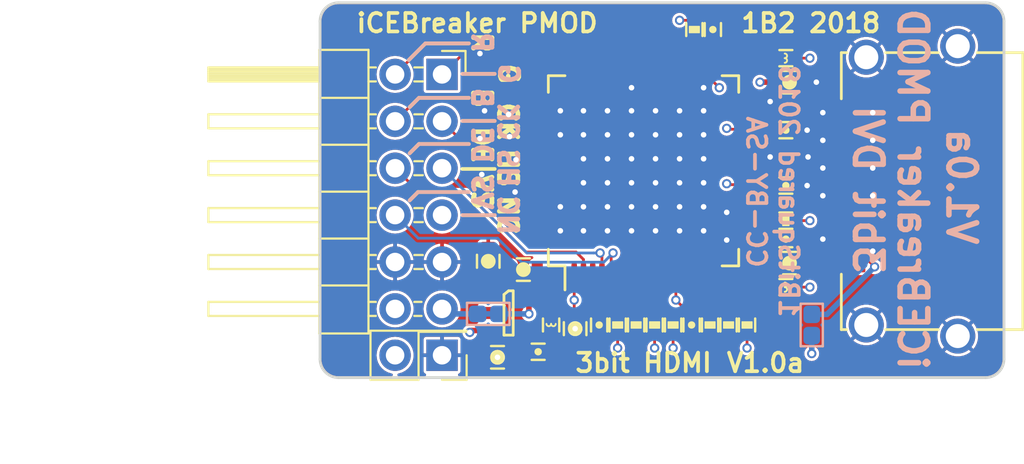
<source format=kicad_pcb>
(kicad_pcb (version 20221018) (generator pcbnew)
  (title_block (title "iCEBreaker PMOD - 3bit DVI") (rev "V1.0a") (company "1BitSquared") (comment 1 "(C) 2018 Piotr Esden-Tempski <piotr@esden.net>") (comment 2 "(C) 2018 1BitSquared <info@1bitsquared.com>") (comment 3 "License: CC-BY-SA V4.0"))
  (layers (0 "F.Cu" signal) (1 "In1.Cu" signal) (2 "In2.Cu" signal) (31 "B.Cu" signal) (34 "B.Paste" user) (35 "F.Paste" user) (36 "B.SilkS" user "B.Silkscreen") (37 "F.SilkS" user "F.Silkscreen") (38 "B.Mask" user) (39 "F.Mask" user) (44 "Edge.Cuts" user))
  (net 0 "")
  (net 1 "GND")
  (net 2 "+3V3")
  (net 3 "Net-(J4-Pad2)")
  (net 4 "+5V")
  (net 5 "Net-(C3-Pad1)")
  (net 6 "/DVDD")
  (net 7 "/DE")
  (net 8 "/VREF")
  (net 9 "/HS")
  (net 10 "/VS")
  (net 11 "Net-(U2-Pad6)")
  (net 12 "Net-(U2-Pad7)")
  (net 13 "Net-(U2-Pad8)")
  (net 14 "/EDGE-HTPLG")
  (net 15 "/~{PD}")
  (net 16 "Net-(U2-Pad11)")
  (net 17 "/ISEL-~{RST}")
  (net 18 "/DSEL-SDA")
  (net 19 "/BSEL-SCL")
  (net 20 "/PVDD")
  (net 21 "/CK-")
  (net 22 "/CK+")
  (net 23 "/TVDD")
  (net 24 "/D0-")
  (net 25 "/D0+")
  (net 26 "/D1-")
  (net 27 "/D1+")
  (net 28 "/D2-")
  (net 29 "/D2+")
  (net 30 "/DKEN")
  (net 31 "/RED")
  (net 32 "/GRN")
  (net 33 "Net-(U2-Pad49)")
  (net 34 "/BLU")
  (net 35 "/CLK")
  (net 36 "Net-(J5-Pad19)")
  (net 37 "Net-(J5-Pad16)")
  (net 38 "Net-(J5-Pad15)")
  (net 39 "Net-(J5-Pad14)")
  (net 40 "Net-(J5-Pad13)")
  (net 41 "Net-(J1-Pad12)")
  (net 42 "/TFADJ")
  (net 43 "Net-(J1-Pad4)")
  (footprint "pkl_connectors:PMODHeader_2x06_P2.54mm_Horizontal" (layer "F.Cu") (at 36.6 46.58 180)
    (fp_text reference "J1")
    (fp_text value "PMOD")
  )
  (footprint "pkl_housings_sot:SOT-23-5" (layer "F.Cu") (at 40.2 46.799999 180)
    (fp_text reference "U1")
    (fp_text value "VREG_3V3")
  )
  (footprint "pkl_housings_qfp:TQFP-64-1EP_10x10mm_P0.5mm_EP5x5mm" (layer "F.Cu") (at 47.5 39.1 90)
    (fp_text reference "U2")
    (fp_text value "TFP410")
  )
  (footprint "pkl_dipol:R_0402" (layer "F.Cu") (at 48.1 47.45 90)
    (fp_text reference "R4")
    (fp_text value "10k")
  )
  (footprint "pkl_dipol:R_0402" (layer "F.Cu") (at 50.25 31.45 -90)
    (fp_text reference "R3")
    (fp_text value "10k")
  )
  (footprint "pkl_dipol:R_0402" (layer "F.Cu") (at 49.1 47.45 90)
    (fp_text reference "R2")
    (fp_text value "10k")
  )
  (footprint "pkl_dipol:R_0402" (layer "F.Cu") (at 53.1 47.45 90)
    (fp_text reference "R1")
    (fp_text value "10k")
  )
  (footprint "pkl_dipol:R_0402" (layer "F.Cu") (at 46.1 47.45 90)
    (fp_text reference "R5")
    (fp_text value "33k")
  )
  (footprint "pkl_dipol:R_0402" (layer "F.Cu") (at 47.1 47.45 -90)
    (fp_text reference "R6")
    (fp_text value "DNP")
  )
  (footprint "pkl_dipol:R_0402" (layer "F.Cu") (at 51.1 47.45 -90)
    (fp_text reference "R7")
    (fp_text value "10k")
  )
  (footprint "pkl_dipol:R_0402" (layer "F.Cu") (at 52.1 47.45 -90)
    (fp_text reference "R8")
    (fp_text value "10k")
  )
  (footprint "pkl_dipol:R_0402" (layer "F.Cu") (at 55.2 41.8 180)
    (fp_text reference "R9")
    (fp_text value "500E")
  )
  (footprint "pkl_dipol:L_0402" (layer "F.Cu") (at 55.2 45.4 180)
    (fp_text reference "L2")
    (fp_text value "600")
  )
  (footprint "pkl_dipol:L_0402" (layer "F.Cu") (at 42.5 47.45 90)
    (fp_text reference "L1")
    (fp_text value "600")
  )
  (footprint "pkl_dipol:L_0402" (layer "F.Cu") (at 55.2 33 180)
    (fp_text reference "L3")
    (fp_text value "600")
  )
  (footprint "pkl_dipol:C_0603" (layer "F.Cu") (at 41 44.45 180)
    (fp_text reference "C4")
    (fp_text value "4u7")
  )
  (footprint "pkl_dipol:C_0603" (layer "F.Cu") (at 39.6 49.2)
    (fp_text reference "C1")
    (fp_text value "10u")
  )
  (footprint "pkl_dipol:C_0603" (layer "F.Cu") (at 39.1 44 90)
    (fp_text reference "C2")
    (fp_text value "4u7")
  )
  (footprint "pkl_dipol:C_0603" (layer "F.Cu") (at 55.4 44.1)
    (fp_text reference "C15")
    (fp_text value "10u")
  )
  (footprint "pkl_dipol:C_0603" (layer "F.Cu") (at 55.4 34.3)
    (fp_text reference "C16")
    (fp_text value "10u")
  )
  (footprint "pkl_dipol:C_0603" (layer "F.Cu") (at 43.8 47.65 -90)
    (fp_text reference "C14")
    (fp_text value "10u")
  )
  (footprint "pkl_dipol:C_0402" (layer "F.Cu") (at 41.8 48.9)
    (fp_text reference "C3")
    (fp_text value "470p")
  )
  (footprint "pkl_dipol:C_0402" (layer "F.Cu") (at 50.1 47.45 -90)
    (fp_text reference "C5")
    (fp_text value "100n")
  )
  (footprint "pkl_dipol:C_0402" (layer "F.Cu") (at 55.2 36.9)
    (fp_text reference "C10")
    (fp_text value "100n")
  )
  (footprint "pkl_dipol:C_0402" (layer "F.Cu") (at 55.2 42.8)
    (fp_text reference "C9")
    (fp_text value "100n")
  )
  (footprint "pkl_dipol:C_0402" (layer "F.Cu") (at 45.1 47.45 -90)
    (fp_text reference "C8")
    (fp_text value "100n")
  )
  (footprint "pkl_dipol:C_0402" (layer "F.Cu") (at 55.2 39.9)
    (fp_text reference "C7")
    (fp_text value "100n")
  )
  (footprint "pkl_dipol:C_0402" (layer "F.Cu") (at 51.25 31.45 90)
    (fp_text reference "C6")
    (fp_text value "100n")
  )
  (footprint "Connector_PinHeader_2.54mm:PinHeader_2x01_P2.54mm_Vertical" (layer "F.Cu") (at 36.6 49.09 180)
    (fp_text reference "J3")
    (fp_text value "5V")
  )
  (footprint "pkl_connectors:HDMI-10029449-111RLF" (layer "F.Cu") (at 59.5 40.2 90)
    (fp_text reference "J5")
    (fp_text value "HDMI_A_1.4" hide)
  )
  (footprint "pkl_jumpers:J_NC_0603_30" (layer "B.Cu") (at 39.1 46.85 180)
    (fp_text reference "J2")
    (fp_text value "jmp")
  )
  (footprint "pkl_jumpers:J_0603" (layer "B.Cu") (at 56.6 47.45 90)
    (fp_text reference "J4")
    (fp_text value "jmp")
  )
  (gr_line (start 37.7 41.5) (end 39.45 41.5) (stroke (width 0.2)) (layer "B.SilkS"))
  (gr_line (start 35.3 40.25) (end 38.05 40.25) (stroke (width 0.2)) (layer "B.SilkS"))
  (gr_line (start 34.85 40.7) (end 35.3 40.25) (stroke (width 0.2)) (layer "B.SilkS"))
  (gr_line (start 35.35 37.65) (end 38.05 37.65) (stroke (width 0.2)) (layer "B.SilkS"))
  (gr_line (start 34.85 38.15) (end 35.35 37.65) (stroke (width 0.2)) (layer "B.SilkS"))
  (gr_line (start 37.7 36.4) (end 39.45 36.4) (stroke (width 0.2)) (layer "B.SilkS"))
  (gr_line (start 35.35 35.15) (end 38.05 35.15) (stroke (width 0.2)) (layer "B.SilkS"))
  (gr_line (start 34.85 35.65) (end 35.35 35.15) (stroke (width 0.2)) (layer "B.SilkS"))
  (gr_line (start 35.7 32.2) (end 38.05 32.2) (stroke (width 0.2)) (layer "B.SilkS"))
  (gr_line (start 34.8 33.1) (end 35.7 32.2) (stroke (width 0.2)) (layer "B.SilkS"))
  (gr_line (start 37.7 33.85) (end 39.45 33.85) (stroke (width 0.2)) (layer "B.SilkS"))
  (gr_line (start 35.35 35.15) (end 38.05 35.15) (stroke (width 0.2)) (layer "F.SilkS"))
  (gr_line (start 34.85 40.7) (end 35.3 40.25) (stroke (width 0.2)) (layer "F.SilkS"))
  (gr_line (start 37.7 41.5) (end 39.45 41.5) (stroke (width 0.2)) (layer "F.SilkS"))
  (gr_line (start 37.7 36.4) (end 39.45 36.4) (stroke (width 0.2)) (layer "F.SilkS"))
  (gr_line (start 35.3 40.25) (end 38.05 40.25) (stroke (width 0.2)) (layer "F.SilkS"))
  (gr_line (start 34.8 33.1) (end 35.7 32.2) (stroke (width 0.2)) (layer "F.SilkS"))
  (gr_line (start 34.85 35.65) (end 35.35 35.15) (stroke (width 0.2)) (layer "F.SilkS"))
  (gr_line (start 37.7 39) (end 39.45 39) (stroke (width 0.2)) (layer "F.SilkS"))
  (gr_line (start 34.85 38.15) (end 35.35 37.65) (stroke (width 0.2)) (layer "F.SilkS"))
  (gr_line (start 35.7 32.2) (end 38.05 32.2) (stroke (width 0.2)) (layer "F.SilkS"))
  (gr_line (start 35.35 37.65) (end 38.05 37.65) (stroke (width 0.2)) (layer "F.SilkS"))
  (gr_line (start 37.7 33.85) (end 39.45 33.85) (stroke (width 0.2)) (layer "F.SilkS"))
  (gr_line (start 67 31) (end 67 49.3) (stroke (width 0.15)) (layer "Edge.Cuts"))
  (gr_arc (start 66 30) (mid 66.707107 30.292893) (end 67 31) (stroke (width 0.15)) (layer "Edge.Cuts"))
  (gr_arc (start 67 49.3) (mid 66.707107 50.007107) (end 66 50.3) (stroke (width 0.15)) (layer "Edge.Cuts"))
  (gr_line (start 31 30) (end 66 30) (stroke (width 0.15)) (layer "Edge.Cuts"))
  (gr_arc (start 31 50.3) (mid 30.292893 50.007107) (end 30 49.3) (stroke (width 0.15)) (layer "Edge.Cuts"))
  (gr_line (start 30 49.3) (end 30 31) (stroke (width 0.15)) (layer "Edge.Cuts"))
  (gr_line (start 66 50.3) (end 31 50.3) (stroke (width 0.15)) (layer "Edge.Cuts"))
  (gr_arc (start 30 31) (mid 30.292893 30.292893) (end 31 30) (stroke (width 0.15)) (layer "Edge.Cuts"))
  (gr_text "NC" (at 40.15 41.5 270) (layer "B.SilkS") (effects (font (size 1 1) (thickness 0.25)) (justify mirror)))
  (gr_text "VS" (at 38.75 40.25 270) (layer "B.SilkS") (effects (font (size 1 1) (thickness 0.25)) (justify mirror)))
  (gr_text "HS" (at 40.15 38.95 270) (layer "B.SilkS") (effects (font (size 1 1) (thickness 0.25)) (justify mirror)))
  (gr_text "DE" (at 38.75 37.7 270) (layer "B.SilkS") (effects (font (size 1 1) (thickness 0.25)) (justify mirror)))
  (gr_text "CK" (at 40.15 36.45 270) (layer "B.SilkS") (effects (font (size 1 1) (thickness 0.25)) (justify mirror)))
  (gr_text "B" (at 38.75 35.15 270) (layer "B.SilkS") (effects (font (size 1 1) (thickness 0.25)) (justify mirror)))
  (gr_text "G" (at 40.2 33.85 270) (layer "B.SilkS") (effects (font (size 1 1) (thickness 0.25)) (justify mirror)))
  (gr_text "R" (at 38.75 32.15 270) (layer "B.SilkS") (effects (font (size 1 1) (thickness 0.25)) (justify mirror)))
  (gr_text "CC-BY-SA" (at 53.6 40.25 270) (layer "B.SilkS") (effects (font (size 1 1) (thickness 0.2)) (justify mirror)))
  (gr_text "1BitSquared 2018" (at 55.35 40.2 270) (layer "B.SilkS") (effects (font (size 1 1) (thickness 0.2)) (justify mirror)))
  (gr_text "iCEBreaker PMOD\n3bit DVI" (at 60.85 40.1 270) (layer "B.SilkS") (effects (font (size 1.5 1.5) (thickness 0.3)) (justify mirror)))
  (gr_text "V1.0a" (at 64.7 39.95 270) (layer "B.SilkS") (effects (font (size 1.5 1.5) (thickness 0.3)) (justify mirror)))
  (gr_text "V1.0a" (at 54.1 49.5) (layer "F.SilkS") (effects (font (size 1 1) (thickness 0.2))))
  (gr_text "3bit HDMI" (at 47.5 49.5) (layer "F.SilkS") (effects (font (size 1 1) (thickness 0.2))))
  (gr_text "iCEBreaker PMOD" (at 38.5 31.1) (layer "F.SilkS") (effects (font (size 1 1) (thickness 0.2))))
  (gr_text "G" (at 40.2 33.85 270) (layer "F.SilkS") (effects (font (size 1 1) (thickness 0.25))))
  (gr_text "B" (at 38.75 35.15 270) (layer "F.SilkS") (effects (font (size 1 1) (thickness 0.25))))
  (gr_text "CK" (at 40.15 36.45 270) (layer "F.SilkS") (effects (font (size 1 1) (thickness 0.25))))
  (gr_text "DE" (at 38.75 37.7 270) (layer "F.SilkS") (effects (font (size 1 1) (thickness 0.25))))
  (gr_text "VS" (at 38.75 40.25 270) (layer "F.SilkS") (effects (font (size 1 1) (thickness 0.25))))
  (gr_text "HS" (at 40.15 38.95 270) (layer "F.SilkS") (effects (font (size 1 1) (thickness 0.25))))
  (gr_text "NC" (at 40.15 41.5 270) (layer "F.SilkS") (effects (font (size 1 1) (thickness 0.25))))
  (gr_text "1B2 2018" (at 56.55 31.1) (layer "F.SilkS") (effects (font (size 1 1) (thickness 0.2))))
  (gr_text "R" (at 38.75 32.15 270) (layer "F.SilkS") (effects (font (size 1 1) (thickness 0.25))))
  (segment (start 57.496447 43.45) (end 57.2 43.153553) (width 0.15) (layer "F.Cu") (net 1))
  (segment (start 58.55 43.45) (end 57.496447 43.45) (width 0.15) (layer "F.Cu") (net 1))
  (segment (start 57.2 43.153553) (end 57.2 42.8) (width 0.15) (layer "F.Cu") (net 1))
  (via (at 38.65 32.75) (size 0.5) (drill 0.3) (layers "F.Cu" "B.Cu") (net 1))
  (via (at 59.9 38.95) (size 0.5) (drill 0.3) (layers "F.Cu" "B.Cu") (net 1))
  (via (at 59.9 43.45) (size 0.5) (drill 0.3) (layers "F.Cu" "B.Cu") (net 1))
  (via (at 59.9 40.45) (size 0.5) (drill 0.3) (layers "F.Cu" "B.Cu") (net 1))
  (via (at 59.9 37.45) (size 0.5) (drill 0.3) (layers "F.Cu" "B.Cu") (net 1))
  (via (at 57.2 38.95) (size 0.5) (drill 0.3) (layers "F.Cu" "B.Cu") (net 1))
  (via (at 57.2 42.8) (size 0.5) (drill 0.3) (layers "F.Cu" "B.Cu") (net 1))
  (via (at 57.2 35.95) (size 0.5) (drill 0.3) (layers "F.Cu" "B.Cu") (net 1))
  (via (at 57.2 40.45) (size 0.5) (drill 0.3) (layers "F.Cu" "B.Cu") (net 1))
  (via (at 57.2 37.45) (size 0.5) (drill 0.3) (layers "F.Cu" "B.Cu") (net 1))
  (via (at 59.9 35.95) (size 0.5) (drill 0.3) (layers "F.Cu" "B.Cu") (net 1))
  (via (at 54.35 35.35) (size 0.5) (drill 0.3) (layers "F.Cu" "B.Cu") (net 1))
  (via (at 52 41.35) (size 0.5) (drill 0.3) (layers "F.Cu" "B.Cu") (net 1))
  (via (at 52 42.85) (size 0.5) (drill 0.3) (layers "F.Cu" "B.Cu") (net 1))
  (via (at 40.55 40.25) (size 0.5) (drill 0.3) (layers "F.Cu" "B.Cu") (net 1))
  (via (at 38.75 39.3) (size 0.5) (drill 0.3) (layers "F.Cu" "B.Cu") (net 1))
  (via (at 40.25 37.25) (size 0.5) (drill 0.3) (layers "F.Cu" "B.Cu") (net 1))
  (via (at 40.2 36.05) (size 0.5) (drill 0.3) (layers "F.Cu" "B.Cu") (net 1))
  (via (at 38.9 35.85) (size 0.5) (drill 0.3) (layers "F.Cu" "B.Cu") (net 1))
  (via (at 38.65 37.35) (size 0.5) (drill 0.3) (layers "F.Cu" "B.Cu") (net 1))
  (via (at 56.35 39.9) (size 0.5) (drill 0.3) (layers "F.Cu" "B.Cu") (net 1))
  (via (at 56.35 36.9) (size 0.5) (drill 0.3) (layers "F.Cu" "B.Cu") (net 1))
  (via (at 56.85 34.3) (size 0.5) (drill 0.3) (layers "F.Cu" "B.Cu") (net 1))
  (via (at 56.4 38.35) (size 0.5) (drill 0.3) (layers "F.Cu" "B.Cu") (net 1))
  (via (at 46.85 34.6) (size 0.5) (drill 0.3) (layers "F.Cu" "B.Cu") (net 1))
  (via (at 54.35 38.35) (size 0.5) (drill 0.3) (layers "F.Cu" "B.Cu") (net 1))
  (via (at 50.75 34.6) (size 0.5) (drill 0.3) (layers "F.Cu" "B.Cu") (net 1))
  (via (at 43 37.15) (size 0.5) (drill 0.3) (layers "F.Cu" "B.Cu") (net 1))
  (via (at 43 41.05) (size 0.5) (drill 0.3) (layers "F.Cu" "B.Cu") (net 1))
  (via (at 40.6 38.5) (size 0.5) (drill 0.3) (layers "F.Cu" "B.Cu") (net 1))
  (via (at 43 42.35) (size 0.5) (drill 0.3) (layers "F.Cu" "B.Cu") (net 1))
  (via (at 43 35.85) (size 0.5) (drill 0.3) (layers "F.Cu" "B.Cu") (net 1))
  (segment (start 42.8 47.65) (end 43.8 47.65) (width 0.3) (layer "F.Cu") (net 2))
  (segment (start 55.7 41.8) (end 56.5 41.8) (width 0.15) (layer "F.Cu") (net 2))
  (segment (start 46.1 47.95) (end 46.1 48.7) (width 0.15) (layer "F.Cu") (net 2))
  (segment (start 53.1 47.95) (end 53.1 48.7) (width 0.15) (layer "F.Cu") (net 2))
  (segment (start 38.85 49.2) (end 39.6 49.2) (width 0.3) (layer "F.Cu") (net 2))
  (segment (start 50.25 30.95) (end 49.45 30.95) (width 0.15) (layer "F.Cu") (net 2))
  (segment (start 49.1 47.95) (end 49.1 48.7) (width 0.15) (layer "F.Cu") (net 2))
  (segment (start 41.75 45.399999) (end 41.3 45.849999) (width 0.3) (layer "F.Cu") (net 2))
  (segment (start 42.5 47.95) (end 42.8 47.65) (width 0.3) (layer "F.Cu") (net 2))
  (segment (start 55.7 33) (end 56.5 33) (width 0.15) (layer "F.Cu") (net 2))
  (segment (start 55.7 45.4) (end 56.5 45.4) (width 0.15) (layer "F.Cu") (net 2))
  (segment (start 48.1 47.95) (end 48.1 48.7) (width 0.15) (layer "F.Cu") (net 2))
  (segment (start 41.75 44.45) (end 41.75 45.399999) (width 0.3) (layer "F.Cu") (net 2))
  (segment (start 41.3 46.85) (end 41.3 45.849999) (width 0.3) (layer "F.Cu") (net 2))
  (via (at 39.6 49.2) (size 0.5) (drill 0.3) (layers "F.Cu" "B.Cu") (net 2))
  (via (at 41.3 46.85) (size 0.5) (drill 0.3) (layers "F.Cu" "B.Cu") (net 2))
  (via (at 53.1 48.7) (size 0.5) (drill 0.3) (layers "F.Cu" "B.Cu") (net 2))
  (via (at 43.8 47.65) (size 0.5) (drill 0.3) (layers "F.Cu" "B.Cu") (net 2))
  (via (at 48.1 48.7) (size 0.5) (drill 0.3) (layers "F.Cu" "B.Cu") (net 2))
  (via (at 56.5 45.4) (size 0.5) (drill 0.3) (layers "F.Cu" "B.Cu") (net 2))
  (via (at 49.1 48.7) (size 0.5) (drill 0.3) (layers "F.Cu" "B.Cu") (net 2))
  (via (at 56.5 41.8) (size 0.5) (drill 0.3) (layers "F.Cu" "B.Cu") (net 2))
  (via (at 56.5 33) (size 0.5) (drill 0.3) (layers "F.Cu" "B.Cu") (net 2))
  (via (at 49.45 30.95) (size 0.5) (drill 0.3) (layers "F.Cu" "B.Cu") (net 2))
  (via (at 46.1 48.7) (size 0.5) (drill 0.3) (layers "F.Cu" "B.Cu") (net 2))
  (segment (start 39.675 46.85) (end 41.3 46.85) (width 0.3) (layer "B.Cu") (net 2))
  (segment (start 58.55 43.95) (end 59.65 43.95) (width 0.15) (layer "F.Cu") (net 3))
  (segment (start 59.65 43.95) (end 60 44.3) (width 0.15) (layer "F.Cu") (net 3))
  (via (at 60 44.3) (size 0.5) (drill 0.3) (layers "F.Cu" "B.Cu") (net 3))
  (segment (start 56.6 46.875) (end 57.425 46.875) (width 0.3) (layer "B.Cu") (net 3))
  (segment (start 57.425 46.875) (end 60 44.3) (width 0.3) (layer "B.Cu") (net 3))
  (segment (start 38.200001 47.749999) (end 38.1 47.85) (width 0.3) (layer "F.Cu") (net 4))
  (segment (start 39.1 47.749999) (end 38.200001 47.749999) (width 0.3) (layer "F.Cu") (net 4))
  (segment (start 39.1 45.849999) (end 39.73 45.849999) (width 0.3) (layer "F.Cu") (net 4))
  (segment (start 39.73 45.849999) (end 40.2 46.319999) (width 0.3) (layer "F.Cu") (net 4))
  (segment (start 40.2 47.279999) (end 39.73 47.749999) (width 0.3) (layer "F.Cu") (net 4))
  (segment (start 39.73 47.749999) (end 39.1 47.749999) (width 0.3) (layer "F.Cu") (net 4))
  (segment (start 39.1 44.75) (end 39.1 45.849999) (width 0.3) (layer "F.Cu") (net 4))
  (segment (start 40.2 46.319999) (end 40.2 47.279999) (width 0.3) (layer "F.Cu") (net 4))
  (via (at 56.6 49) (size 0.5) (drill 0.3) (layers "F.Cu" "B.Cu") (net 4))
  (via (at 38.1 47.85) (size 0.5) (drill 0.3) (layers "F.Cu" "B.Cu") (net 4))
  (segment (start 56.6 49) (end 56.6 48.025) (width 0.3) (layer "B.Cu") (net 4))
  (segment (start 41.3 47.749999) (end 41.3 48.9) (width 0.15) (layer "F.Cu") (net 5))
  (segment (start 49.25 44.8) (end 49.25 46.1) (width 0.15) (layer "F.Cu") (net 6))
  (segment (start 43.75 46.95) (end 43.8 46.9) (width 0.15) (layer "F.Cu") (net 6))
  (segment (start 43.85 46.95) (end 43.8 46.9) (width 0.15) (layer "F.Cu") (net 6))
  (segment (start 43.75 44.8) (end 43.75 46.1) (width 0.15) (layer "F.Cu") (net 6))
  (segment (start 43.75 46.85) (end 43.8 46.9) (width 0.15) (layer "F.Cu") (net 6))
  (segment (start 49.25 46.1) (end 50.1 46.95) (width 0.15) (layer "F.Cu") (net 6))
  (segment (start 51.25 33.4) (end 51.25 34.25) (width 0.15) (layer "F.Cu") (net 6))
  (segment (start 43.75 46.1) (end 43.75 46.85) (width 0.15) (layer "F.Cu") (net 6))
  (segment (start 45.1 46.95) (end 43.85 46.95) (width 0.15) (layer "F.Cu") (net 6))
  (segment (start 51.25 34.25) (end 51.6 34.6) (width 0.15) (layer "F.Cu") (net 6))
  (segment (start 42.5 46.95) (end 43.75 46.95) (width 0.15) (layer "F.Cu") (net 6))
  (segment (start 51.25 33.4) (end 51.25 31.95) (width 0.15) (layer "F.Cu") (net 6))
  (via (at 43.75 46.1) (size 0.5) (drill 0.3) (layers "F.Cu" "B.Cu") (net 6))
  (via (at 49.25 46.1) (size 0.5) (drill 0.3) (layers "F.Cu" "B.Cu") (net 6))
  (via (at 51.6 34.6) (size 0.5) (drill 0.3) (layers "F.Cu" "B.Cu") (net 6))
  (segment (start 43.85 43.5) (end 44.25 43.9) (width 0.15) (layer "F.Cu") (net 7))
  (segment (start 41.14 43.5) (end 43.85 43.5) (width 0.15) (layer "F.Cu") (net 7))
  (segment (start 35.35 40.25) (end 37.89 40.25) (width 0.15) (layer "F.Cu") (net 7))
  (segment (start 34.06 38.96) (end 35.35 40.25) (width 0.15) (layer "F.Cu") (net 7))
  (segment (start 44.25 43.9) (end 44.25 44.8) (width 0.15) (layer "F.Cu") (net 7))
  (segment (start 37.89 40.25) (end 41.14 43.5) (width 0.15) (layer "F.Cu") (net 7))
  (segment (start 46 46.95) (end 46.1 46.95) (width 0.15) (layer "F.Cu") (net 8))
  (segment (start 44.75 45.7) (end 46 46.95) (width 0.15) (layer "F.Cu") (net 8))
  (segment (start 44.75 44.8) (end 44.75 45.7) (width 0.15) (layer "F.Cu") (net 8))
  (segment (start 46.1 46.95) (end 47.1 46.95) (width 0.15) (layer "F.Cu") (net 8))
  (segment (start 45.25 43.650006) (end 45.149994 43.55) (width 0.15) (layer "F.Cu") (net 9))
  (segment (start 45.25 44.8) (end 45.25 43.650006) (width 0.15) (layer "F.Cu") (net 9))
  (via (at 45.149994 43.55) (size 0.5) (drill 0.3) (layers "F.Cu" "B.Cu") (net 9))
  (segment (start 44.796441 43.55) (end 45.149994 43.55) (width 0.15) (layer "B.Cu") (net 9))
  (segment (start 41.19 43.55) (end 44.796441 43.55) (width 0.15) (layer "B.Cu") (net 9))
  (segment (start 36.6 38.96) (end 41.19 43.55) (width 0.15) (layer "B.Cu") (net 9))
  (segment (start 45.75 43.650013) (end 45.850013 43.55) (width 0.15) (layer "F.Cu") (net 10))
  (segment (start 45.75 44.8) (end 45.75 43.650013) (width 0.15) (layer "F.Cu") (net 10))
  (via (at 45.850013 43.55) (size 0.5) (drill 0.3) (layers "F.Cu" "B.Cu") (net 10))
  (segment (start 39.6 42.75) (end 40.9 44.05) (width 0.15) (layer "B.Cu") (net 10))
  (segment (start 34.06 41.5) (end 35.31 42.75) (width 0.15) (layer "B.Cu") (net 10))
  (segment (start 40.9 44.05) (end 45.350013 44.05) (width 0.15) (layer "B.Cu") (net 10))
  (segment (start 45.350013 44.05) (end 45.600014 43.799999) (width 0.15) (layer "B.Cu") (net 10))
  (segment (start 45.600014 43.799999) (end 45.850013 43.55) (width 0.15) (layer "B.Cu") (net 10))
  (segment (start 35.31 42.75) (end 39.6 42.75) (width 0.15) (layer "B.Cu") (net 10))
  (segment (start 47.75 44.8) (end 47.75 46.6) (width 0.15) (layer "F.Cu") (net 14))
  (segment (start 47.75 46.6) (end 48.1 46.95) (width 0.15) (layer "F.Cu") (net 14))
  (segment (start 48.25 44.8) (end 48.25 46.1) (width 0.15) (layer "F.Cu") (net 15))
  (segment (start 48.25 46.1) (end 49.1 46.95) (width 0.15) (layer "F.Cu") (net 15))
  (segment (start 51 46.95) (end 51.1 46.95) (width 0.15) (layer "F.Cu") (net 17))
  (segment (start 49.75 44.8) (end 49.75 45.7) (width 0.15) (layer "F.Cu") (net 17))
  (segment (start 49.75 45.7) (end 51 46.95) (width 0.15) (layer "F.Cu") (net 17))
  (segment (start 50.25 44.8) (end 50.25 45.7) (width 0.15) (layer "F.Cu") (net 18))
  (segment (start 51.02499 46.47499) (end 51.62499 46.47499) (width 0.15) (layer "F.Cu") (net 18))
  (segment (start 50.25 45.7) (end 51.02499 46.47499) (width 0.15) (layer "F.Cu") (net 18))
  (segment (start 51.62499 46.47499) (end 51.794543 46.644543) (width 0.15) (layer "F.Cu") (net 18))
  (segment (start 51.794543 46.644543) (end 52.1 46.95) (width 0.15) (layer "F.Cu") (net 18))
  (segment (start 50.75 44.8) (end 50.75 45.7) (width 0.15) (layer "F.Cu") (net 19))
  (segment (start 50.75 45.7) (end 51.22498 46.17498) (width 0.15) (layer "F.Cu") (net 19))
  (segment (start 52.794543 46.644543) (end 53.1 46.95) (width 0.15) (layer "F.Cu") (net 19))
  (segment (start 52.32498 46.17498) (end 52.794543 46.644543) (width 0.15) (layer "F.Cu") (net 19))
  (segment (start 51.22498 46.17498) (end 52.32498 46.17498) (width 0.15) (layer "F.Cu") (net 19))
  (segment (start 54.25 42.35) (end 54.7 42.8) (width 0.15) (layer "F.Cu") (net 20))
  (segment (start 54.7 44.05) (end 54.65 44.1) (width 0.15) (layer "F.Cu") (net 20))
  (segment (start 53.2 42.35) (end 54.25 42.35) (width 0.15) (layer "F.Cu") (net 20))
  (segment (start 54.7 45.4) (end 54.7 44.15) (width 0.15) (layer "F.Cu") (net 20))
  (segment (start 54.7 44.15) (end 54.65 44.1) (width 0.15) (layer "F.Cu") (net 20))
  (segment (start 54.7 42.8) (end 54.7 44.05) (width 0.15) (layer "F.Cu") (net 20))
  (segment (start 53.9 40.85) (end 53.90001 40.85001) (width 0.15) (layer "F.Cu") (net 21))
  (segment (start 57.5 40.95) (end 58.55 40.95) (width 0.15) (layer "F.Cu") (net 21))
  (segment (start 56.996998 40.95) (end 57.5 40.95) (width 0.15) (layer "F.Cu") (net 21))
  (segment (start 53.90001 40.85001) (end 56.897008 40.85001) (width 0.15) (layer "F.Cu") (net 21))
  (segment (start 53.2 40.85) (end 53.9 40.85) (width 0.15) (layer "F.Cu") (net 21))
  (segment (start 56.897008 40.85001) (end 56.996998 40.95) (width 0.15) (layer "F.Cu") (net 21))
  (segment (start 57.5 39.95) (end 58.55 39.95) (width 0.15) (layer "F.Cu") (net 22))
  (segment (start 56.503002 40.45) (end 57.003002 39.95) (width 0.15) (layer "F.Cu") (net 22))
  (segment (start 57.003002 39.95) (end 57.5 39.95) (width 0.15) (layer "F.Cu") (net 22))
  (segment (start 53.2 40.35) (end 54.05 40.35) (width 0.15) (layer "F.Cu") (net 22))
  (segment (start 54.05 40.35) (end 54.15 40.45) (width 0.15) (layer "F.Cu") (net 22))
  (segment (start 54.15 40.45) (end 56.503002 40.45) (width 0.15) (layer "F.Cu") (net 22))
  (segment (start 53.2 39.85) (end 52.05 39.85) (width 0.15) (layer "F.Cu") (net 23))
  (segment (start 53.8 34.3) (end 54.65 34.3) (width 0.3) (layer "F.Cu") (net 23))
  (segment (start 52.05 39.85) (end 52 39.8) (width 0.15) (layer "F.Cu") (net 23))
  (segment (start 53.2 36.85) (end 54.65 36.85) (width 0.15) (layer "F.Cu") (net 23))
  (segment (start 53.2 39.85) (end 54.65 39.85) (width 0.15) (layer "F.Cu") (net 23))
  (segment (start 54.7 34.25) (end 54.65 34.3) (width 0.15) (layer "F.Cu") (net 23))
  (segment (start 54.65 36.85) (end 54.7 36.9) (width 0.15) (layer "F.Cu") (net 23))
  (segment (start 53.2 36.85) (end 52.05 36.85) (width 0.15) (layer "F.Cu") (net 23))
  (segment (start 54.7 33) (end 54.7 34.25) (width 0.15) (layer "F.Cu") (net 23))
  (segment (start 54.65 39.85) (end 54.7 39.9) (width 0.15) (layer "F.Cu") (net 23))
  (segment (start 52.05 36.85) (end 52 36.8) (width 0.15) (layer "F.Cu") (net 23))
  (via (at 52 39.8) (size 0.5) (drill 0.3) (layers "F.Cu" "B.Cu") (net 23))
  (via (at 52 36.8) (size 0.5) (drill 0.3) (layers "F.Cu" "B.Cu") (net 23))
  (via (at 53.8 34.3) (size 0.5) (drill 0.3) (layers "F.Cu" "B.Cu") (net 23))
  (segment (start 53.2 39.35) (end 56.896998 39.35) (width 0.15) (layer "F.Cu") (net 24))
  (segment (start 56.896998 39.35) (end 56.996998 39.45) (width 0.15) (layer "F.Cu") (net 24))
  (segment (start 56.996998 39.45) (end 57.5 39.45) (width 0.15) (layer "F.Cu") (net 24))
  (segment (start 57.5 39.45) (end 58.55 39.45) (width 0.15) (layer "F.Cu") (net 24))
  (segment (start 54.071765 38.95) (end 56.496998 38.95) (width 0.15) (layer "F.Cu") (net 25))
  (segment (start 53.2 38.85) (end 53.971765 38.85) (width 0.15) (layer "F.Cu") (net 25))
  (segment (start 53.971765 38.85) (end 54.071765 38.95) (width 0.15) (layer "F.Cu") (net 25))
  (segment (start 57.5 38.45) (end 58.55 38.45) (width 0.15) (layer "F.Cu") (net 25))
  (segment (start 56.996998 38.45) (end 57.5 38.45) (width 0.15) (layer "F.Cu") (net 25))
  (segment (start 56.496998 38.95) (end 56.996998 38.45) (width 0.15) (layer "F.Cu") (net 25))
  (segment (start 53.87498 37.82502) (end 56.872018 37.82502) (width 0.15) (layer "F.Cu") (net 26))
  (segment (start 53.85 37.85) (end 53.87498 37.82502) (width 0.15) (layer "F.Cu") (net 26))
  (segment (start 53.2 37.85) (end 53.85 37.85) (width 0.15) (layer "F.Cu") (net 26))
  (segment (start 57.5 37.95) (end 58.55 37.95) (width 0.15) (layer "F.Cu") (net 26))
  (segment (start 56.996998 37.95) (end 57.5 37.95) (width 0.15) (layer "F.Cu") (net 26))
  (segment (start 56.872018 37.82502) (end 56.996998 37.95) (width 0.15) (layer "F.Cu") (net 26))
  (segment (start 54.046775 37.42501) (end 56.52499 37.42501) (width 0.15) (layer "F.Cu") (net 27))
  (segment (start 56.52499 37.42501) (end 57 36.95) (width 0.15) (layer "F.Cu") (net 27))
  (segment (start 57.5 36.95) (end 58.55 36.95) (width 0.15) (layer "F.Cu") (net 27))
  (segment (start 57 36.95) (end 57.5 36.95) (width 0.15) (layer "F.Cu") (net 27))
  (segment (start 53.971765 37.35) (end 54.046775 37.42501) (width 0.15) (layer "F.Cu") (net 27))
  (segment (start 53.2 37.35) (end 53.971765 37.35) (width 0.15) (layer "F.Cu") (net 27))
  (segment (start 56.896998 36.35) (end 56.996998 36.45) (width 0.15) (layer "F.Cu") (net 28))
  (segment (start 56.996998 36.45) (end 57.5 36.45) (width 0.15) (layer "F.Cu") (net 28))
  (segment (start 57.5 36.45) (end 58.55 36.45) (width 0.15) (layer "F.Cu") (net 28))
  (segment (start 53.2 36.35) (end 56.896998 36.35) (width 0.15) (layer "F.Cu") (net 28))
  (segment (start 56.996998 35.45) (end 57.5 35.45) (width 0.15) (layer "F.Cu") (net 29))
  (segment (start 54.071765 35.95) (end 56.496998 35.95) (width 0.15) (layer "F.Cu") (net 29))
  (segment (start 53.971765 35.85) (end 54.071765 35.95) (width 0.15) (layer "F.Cu") (net 29))
  (segment (start 56.496998 35.95) (end 56.996998 35.45) (width 0.15) (layer "F.Cu") (net 29))
  (segment (start 57.5 35.45) (end 58.55 35.45) (width 0.15) (layer "F.Cu") (net 29))
  (segment (start 53.2 35.85) (end 53.971765 35.85) (width 0.15) (layer "F.Cu") (net 29))
  (segment (start 50.25 33.4) (end 50.25 31.95) (width 0.15) (layer "F.Cu") (net 30))
  (segment (start 47.2 31.45) (end 48.25 32.5) (width 0.15) (layer "F.Cu") (net 31))
  (segment (start 48.25 33.4) (end 48.25 34.3) (width 0.15) (layer "F.Cu") (net 31))
  (segment (start 49.55 34.5) (end 49.75 34.3) (width 0.15) (layer "F.Cu") (net 31))
  (segment (start 36.49 31.45) (end 47.2 31.45) (width 0.15) (layer "F.Cu") (net 31))
  (segment (start 48.25 32.5) (end 48.25 33.4) (width 0.15) (layer "F.Cu") (net 31))
  (segment (start 48.75 34.5) (end 49.25 34.5) (width 0.15) (layer "F.Cu") (net 31))
  (segment (start 48.25 34.3) (end 48.45 34.5) (width 0.15) (layer "F.Cu") (net 31))
  (segment (start 49.25 33.4) (end 49.25 34.5) (width 0.15) (layer "F.Cu") (net 31))
  (segment (start 48.45 34.5) (end 48.75 34.5) (width 0.15) (layer "F.Cu") (net 31))
  (segment (start 49.75 34.3) (end 49.75 33.4) (width 0.15) (layer "F.Cu") (net 31))
  (segment (start 49.25 34.5) (end 49.55 34.5) (width 0.15) (layer "F.Cu") (net 31))
  (segment (start 34.06 33.88) (end 36.49 31.45) (width 0.15) (layer "F.Cu") (net 31))
  (segment (start 48.75 33.4) (end 48.75 34.5) (width 0.15) (layer "F.Cu") (net 31))
  (segment (start 44.25 33.4) (end 44.25 34.3) (width 0.15) (layer "F.Cu") (net 32))
  (segment (start 36.6 33.88) (end 36.62 33.88) (width 0.15) (layer "F.Cu") (net 32))
  (segment (start 45.25 34.5) (end 45.55 34.5) (width 0.15) (layer "F.Cu") (net 32))
  (segment (start 44.25 34.3) (end 44.45 34.5) (width 0.15) (layer "F.Cu") (net 32))
  (segment (start 43.700001 31.950001) (end 44.25 32.5) (width 0.15) (layer "F.Cu") (net 32))
  (segment (start 38.549999 31.950001) (end 43.700001 31.950001) (width 0.15) (layer "F.Cu") (net 32))
  (segment (start 44.75 34.5) (end 45.25 34.5) (width 0.15) (layer "F.Cu") (net 32))
  (segment (start 45.75 34.3) (end 45.75 33.4) (width 0.15) (layer "F.Cu") (net 32))
  (segment (start 44.75 33.4) (end 44.75 34.5) (width 0.15) (layer "F.Cu") (net 32))
  (segment (start 44.25 32.5) (end 44.25 33.4) (width 0.15) (layer "F.Cu") (net 32))
  (segment (start 45.25 33.4) (end 45.25 34.5) (width 0.15) (layer "F.Cu") (net 32))
  (segment (start 44.45 34.5) (end 44.75 34.5) (width 0.15) (layer "F.Cu") (net 32))
  (segment (start 45.55 34.5) (end 45.75 34.3) (width 0.15) (layer "F.Cu") (net 32))
  (segment (start 36.62 33.88) (end 38.549999 31.950001) (width 0.15) (layer "F.Cu") (net 32))
  (segment (start 42.9 39.85) (end 42.9 40.15) (width 0.15) (layer "F.Cu") (net 34))
  (segment (start 41.8 37.85) (end 42.7 37.85) (width 0.15) (layer "F.Cu") (net 34))
  (segment (start 40.9 37.85) (end 41.8 37.85) (width 0.15) (layer "F.Cu") (net 34))
  (segment (start 41.8 39.85) (end 42.9 39.85) (width 0.15) (layer "F.Cu") (net 34))
  (segment (start 42.9 38.35) (end 42.9 39.85) (width 0.15) (layer "F.Cu") (net 34))
  (segment (start 35.33 35.15) (end 37.446998 35.15) (width 0.15) (layer "F.Cu") (net 34))
  (segment (start 42.7 40.35) (end 42.9 40.15) (width 0.15) (layer "F.Cu") (net 34))
  (segment (start 42.9 38.05) (end 42.9 38.35) (width 0.15) (layer "F.Cu") (net 34))
  (segment (start 37.446998 35.15) (end 40.146998 37.85) (width 0.15) (layer "F.Cu") (net 34))
  (segment (start 42.7 37.85) (end 42.9 38.05) (width 0.15) (layer "F.Cu") (net 34))
  (segment (start 40.146998 37.85) (end 40.9 37.85) (width 0.15) (layer "F.Cu") (net 34))
  (segment (start 41.8 40.35) (end 42.7 40.35) (width 0.15) (layer "F.Cu") (net 34))
  (segment (start 41.8 38.35) (end 42.9 38.35) (width 0.15) (layer "F.Cu") (net 34))
  (segment (start 34.06 36.42) (end 35.33 35.15) (width 0.15) (layer "F.Cu") (net 34))
  (segment (start 36.6 36.42) (end 36.6 36.45) (width 0.15) (layer "F.Cu") (net 35))
  (segment (start 39.53 39.35) (end 41.8 39.35) (width 0.15) (layer "F.Cu") (net 35))
  (segment (start 36.6 36.42) (end 39.53 39.35) (width 0.15) (layer "F.Cu") (net 35))
  (segment (start 38.525 46.85) (end 36.87 46.85) (width 0.3) (layer "B.Cu") (net 41))
  (segment (start 36.87 46.85) (end 36.6 46.58) (width 0.3) (layer "B.Cu") (net 41))
  (segment (start 54.65 41.85) (end 54.7 41.8) (width 0.15) (layer "F.Cu") (net 42))
  (segment (start 53.2 41.85) (end 54.65 41.85) (width 0.15) (layer "F.Cu") (net 42))
  (zone (net 1) (net_name "GND") (layer "F.Cu") (connect_pads (clearance 0.15)) (min_thickness 0.15) (fill yes (thermal_gap 0.15) (thermal_bridge_width 0.2))
    (polygon (pts (xy 30 30) (xy 67.5 30) (xy 67.5 50.3) (xy 30 50.3)))
  )
  (zone (net 1) (net_name "GND") (layer "B.Cu") (connect_pads (clearance 0.15)) (min_thickness 0.15) (fill yes (thermal_gap 0.15) (thermal_bridge_width 0.2))
    (polygon (pts (xy 30 30) (xy 67.5 30) (xy 67.5 50.3) (xy 30 50.3)))
  )
)
</source>
